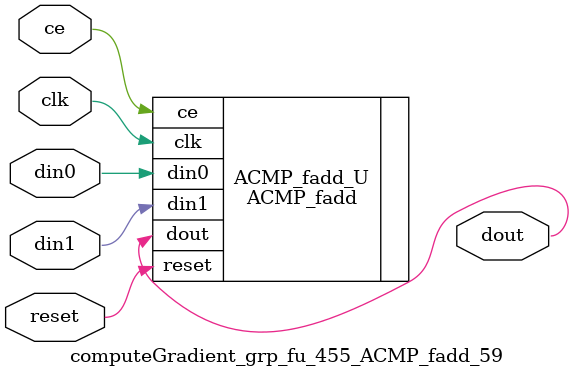
<source format=v>

`timescale 1 ns / 1 ps
module computeGradient_grp_fu_455_ACMP_fadd_59(
    clk,
    reset,
    ce,
    din0,
    din1,
    dout);

parameter ID = 32'd1;
parameter NUM_STAGE = 32'd1;
parameter din0_WIDTH = 32'd1;
parameter din1_WIDTH = 32'd1;
parameter dout_WIDTH = 32'd1;
input clk;
input reset;
input ce;
input[din0_WIDTH - 1:0] din0;
input[din1_WIDTH - 1:0] din1;
output[dout_WIDTH - 1:0] dout;



ACMP_fadd #(
.ID( ID ),
.NUM_STAGE( 4 ),
.din0_WIDTH( din0_WIDTH ),
.din1_WIDTH( din1_WIDTH ),
.dout_WIDTH( dout_WIDTH ))
ACMP_fadd_U(
    .clk( clk ),
    .reset( reset ),
    .ce( ce ),
    .din0( din0 ),
    .din1( din1 ),
    .dout( dout ));

endmodule

</source>
